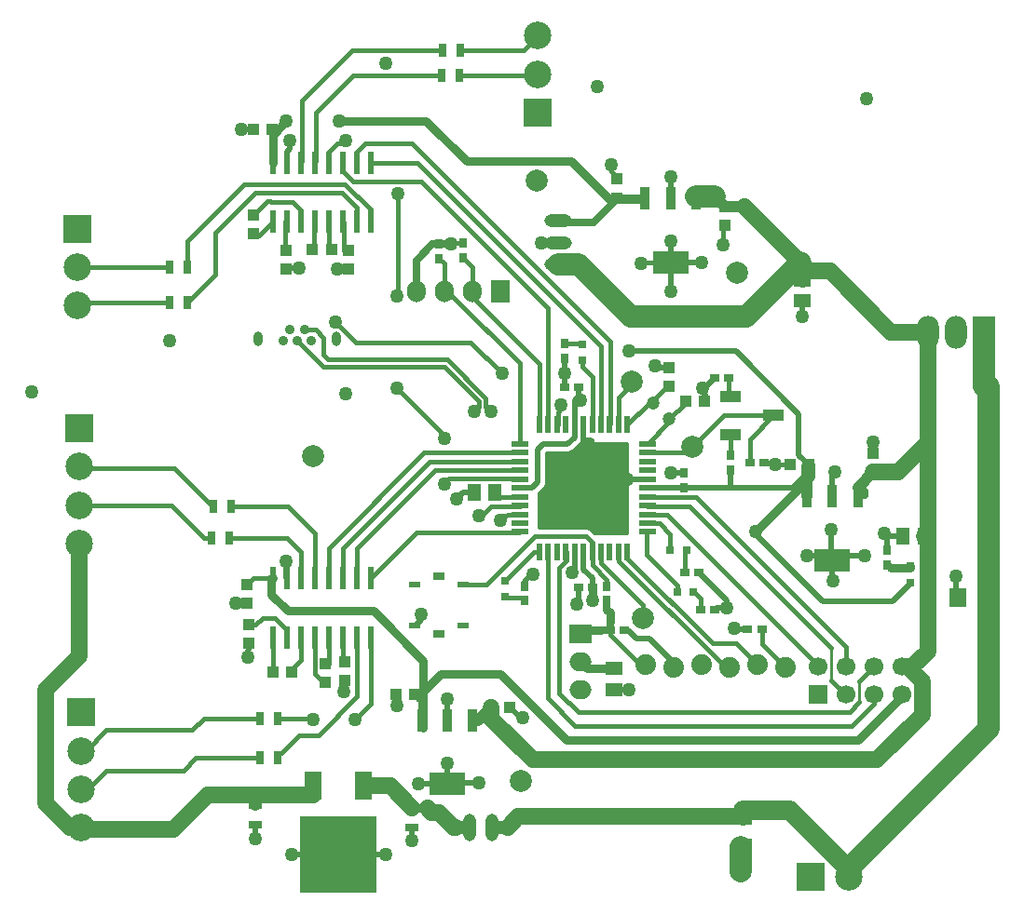
<source format=gtl>
G04 DipTrace 3.3.1.3*
G04 HypermaqBottomsidev0.1.gtl*
%MOMM*%
G04 #@! TF.FileFunction,Copper,L1,Top*
G04 #@! TF.Part,Single*
%AMOUTLINE0*
4,1,4,
-0.45,-0.35,
-0.45,0.35,
0.45,0.35,
0.45,-0.35,
-0.45,-0.35,
0*%
%AMOUTLINE3*
4,1,4,
0.35,-0.45,
-0.35,-0.45,
-0.35,0.45,
0.35,0.45,
0.35,-0.45,
0*%
%AMOUTLINE6*
4,1,4,
0.9,-0.5,
-0.9,-0.5,
-0.9,0.5,
0.9,0.5,
0.9,-0.5,
0*%
G04 #@! TA.AperFunction,Conductor*
%ADD14C,0.381*%
%ADD15C,0.254*%
%ADD16C,0.508*%
%ADD17C,0.5*%
%ADD18C,1.6*%
G04 #@! TA.AperFunction,ComponentPad*
%ADD19C,2.0*%
G04 #@! TA.AperFunction,Conductor*
%ADD20C,0.8*%
%ADD21C,0.7*%
%ADD22C,0.762*%
%ADD23C,1.524*%
%ADD24C,1.2*%
%ADD25C,1.016*%
%ADD26C,2.032*%
%ADD27C,1.0*%
%ADD28C,1.3*%
%ADD29C,0.635*%
%ADD30C,1.778*%
G04 #@! TA.AperFunction,CopperBalancing*
%ADD31C,0.29997*%
%ADD34R,1.0X1.1*%
%ADD35R,1.1X1.0*%
%ADD36R,1.5X1.3*%
%ADD37R,0.9X0.7*%
%ADD38R,0.7X0.9*%
%ADD39R,1.3X1.5*%
%ADD42R,1.6X1.8*%
%ADD44R,1.2X0.8*%
%ADD45R,1.8X1.6*%
%ADD46R,0.8X0.8*%
G04 #@! TA.AperFunction,ComponentPad*
%ADD47O,1.7X2.0*%
%ADD48R,1.7X2.0*%
%ADD50C,2.5*%
%ADD51R,2.5X2.5*%
%ADD55C,0.9*%
%ADD56O,0.8X1.35*%
%ADD57O,2.0X1.7*%
%ADD58R,2.0X1.7*%
%ADD61C,1.8796*%
%ADD62R,0.8X1.2*%
%ADD63R,1.0X0.6*%
%ADD64R,1.0X0.8*%
G04 #@! TA.AperFunction,ComponentPad*
%ADD65R,1.7X1.7*%
%ADD66C,1.7*%
%ADD68R,0.6X2.0*%
%ADD70R,1.5X0.5*%
%ADD71R,0.5X1.5*%
%ADD73R,1.5X2.5*%
%ADD74R,7.0X7.0*%
G04 #@! TA.AperFunction,ComponentPad*
%ADD75C,3.0*%
%ADD77O,1.2X2.5*%
G04 #@! TA.AperFunction,ComponentPad*
%ADD78R,2.0X3.0*%
%ADD79O,2.0X3.0*%
%ADD81R,0.95X2.15*%
%ADD82R,3.25X2.15*%
%ADD84O,2.5X1.2*%
G04 #@! TA.AperFunction,ComponentPad*
%ADD85C,1.2*%
G04 #@! TA.AperFunction,ViaPad*
%ADD86C,1.27*%
%ADD176OUTLINE0*%
%ADD179OUTLINE3*%
%ADD182OUTLINE6*%
%FSLAX35Y35*%
G04*
G71*
G90*
G75*
G01*
G04 Top*
%LPD*%
X1447753Y6893423D2*
D14*
X607620D1*
Y6894873D1*
Y6544873D2*
X634297Y6571550D1*
X1443377D1*
X4886753Y4306250D2*
X4879750Y4299247D1*
Y2971250D1*
X5132000Y2719000D1*
X7640250D1*
X7846623Y2925373D1*
Y3004750D1*
X5046753Y4306250D2*
X5049750Y4303253D1*
Y4224253D1*
X4989123Y4163627D1*
Y3020627D1*
X5163750Y2846000D1*
X7624373D1*
X7715250Y2936877D1*
D15*
Y3127377D1*
D14*
X7846623Y3258750D1*
X4794250Y8651127D2*
X4779123Y8636000D1*
X4081123D1*
Y8636700D1*
X4794250Y9001127D2*
X4660010Y8866887D1*
X4089060D1*
X2671500Y6323003D2*
X2773373D1*
X2841623Y6254753D1*
Y6096000D1*
X2884883Y6052743D1*
X2900757D1*
X3971000D1*
X4320400Y5703350D1*
Y5626700D1*
X4364850Y5582250D1*
X4450483Y4594313D2*
Y4626407D1*
X4570003Y4652247D1*
X4626750D1*
X4626753Y4646250D1*
X2606500Y6223003D2*
X2840260Y5989243D1*
X2900757D1*
X3944700D1*
X4256900Y5677050D1*
Y5626700D1*
X4212450Y5582250D1*
X4256900Y4631337D2*
X4282090D1*
X4366500Y4715747D1*
X4570003D1*
X4626750D1*
X4626753Y4726250D1*
X5481000Y3052620D2*
D16*
X5619750D1*
Y3048000D1*
X5983623Y5979000D2*
X5857873D1*
Y6000750D1*
X6306750Y5671750D2*
X6318250D1*
Y5730877D1*
X6286500Y5762627D1*
Y5794377D1*
X6116250Y5020877D2*
X6005123D1*
Y5020873D1*
X5159373Y3984627D2*
Y3825873D1*
X5143500D1*
X4211753Y4846250D2*
X4116000D1*
X4052500Y4782750D1*
X6699750Y3602250D2*
X6579750D1*
Y3612250D1*
X6259123Y4116000D2*
X6508750Y3866373D1*
Y3794127D1*
X5126753Y4306250D2*
D17*
Y4116000D1*
X5100250D1*
X5786753Y4966250D2*
X5601693D1*
Y4966247D1*
X5206753Y5466250D2*
Y5286377D1*
X5254623D1*
X2153123Y3840500D2*
D16*
X2047873D1*
Y3841750D1*
X3036500Y3136373D2*
Y3036503D1*
X3032123Y3032127D1*
X2163373Y3469747D2*
X2159000Y3349627D1*
X2512627Y4068627D2*
X2508250D1*
Y4222750D1*
X3074500Y6879253D2*
X3060733D1*
X3055357Y6873877D1*
X2968623D1*
X2206623Y8143877D2*
X2174873D1*
X2095500D1*
X2505623Y6879253D2*
X2536127D1*
X2546623Y6889750D1*
X2619373D1*
X2512627Y7846877D2*
Y7941873D1*
X2540000Y7969247D1*
Y8048627D1*
X7461250Y4508503D2*
Y4230127D1*
X7469373D1*
X7493000Y5032377D2*
X7469373Y5008750D1*
Y4810127D1*
X7937500Y4476753D2*
Y4445003D1*
X8112623D1*
X6953250Y5095877D2*
D14*
Y5095873D1*
X7084873D1*
X3968750Y2968627D2*
D16*
X3969750Y2967627D1*
Y2772250D1*
Y2192250D2*
X3979750Y2202250D1*
X4259750D1*
X3501500Y3004747D2*
Y2905127D1*
X3508373D1*
X4540000Y2893623D2*
X4639623Y2794000D1*
X4651373D1*
X7842250Y5302250D2*
Y5202377D1*
X6402000Y3782623D2*
X6413503Y3794127D1*
X6508750D1*
X5997250Y6937000D2*
X6005123Y6944873D1*
Y7132250D1*
X5997250Y7517000D2*
X6000750Y7520500D1*
Y7715250D1*
X6477000Y7096127D2*
D14*
Y7275373D1*
X6492873D1*
X5461000Y7826377D2*
Y7762877D1*
X5508623Y7715253D1*
Y7694750D1*
X4671623Y3992000D2*
D16*
Y4036617D1*
X4735127Y4100120D1*
X4751000D1*
X3703250Y2195123D2*
Y2192250D1*
X3969750D1*
X3973123Y2385620D2*
X3969750D1*
Y2192250D1*
X5727250Y6927000D2*
D14*
X5737250Y6937000D1*
X5997250D1*
D16*
X6277250D1*
X5997250D2*
X6005123Y6929127D1*
Y6671873D1*
X7238000Y4273997D2*
X7469373D1*
Y4230127D1*
X7762873Y4270377D2*
X7469373D1*
Y4230127D1*
X7472750Y4043757D2*
X7469373Y4047133D1*
Y4230127D1*
X3651250Y1793877D2*
Y1682750D1*
X2222500Y1820253D2*
Y1698627D1*
X7191373Y6445250D2*
X7191623D1*
Y6588377D1*
X3735000Y3734997D2*
Y3687373D1*
X3682503Y3634877D1*
X3676000D1*
X5036750Y5925750D2*
Y5798750D1*
Y6068623D2*
Y5925750D1*
X6848000Y5117623D2*
D14*
X6953250D1*
Y5095877D1*
X7969250Y4318000D2*
D16*
Y4476753D1*
X7937500D1*
X6651623Y1619250D2*
D18*
X6635750D1*
D19*
Y1397003D1*
X6397623Y5889627D2*
D16*
X6302373Y5794377D1*
X6286500D1*
X8588373Y4079877D2*
Y3889377D1*
X8610000D1*
X2555873Y1555750D2*
X2561747Y1549877D1*
X2976750D1*
X3413123Y1555750D2*
X3407250Y1549877D1*
X2976750D1*
X642627Y2494247D2*
D14*
X684497D1*
X873127Y2682877D1*
X1651000D1*
X1757423Y2789300D1*
X2264753D1*
X642627Y2144247D2*
X699623D1*
X873127Y2317750D1*
X1571623D1*
X1683170Y2429297D1*
X2264753D1*
X5786753Y4486250D2*
X5782873D1*
Y4274750D1*
X6057123Y4000500D1*
Y3937000D1*
X5786753Y4566250D2*
X5790753Y4562250D1*
X5899750D1*
X5993623Y4468377D1*
Y4318003D1*
X4806753Y4306250D2*
X4759497D1*
X4497000Y4043753D1*
X5286753Y5466250D2*
X5289750Y5469247D1*
Y5895000D1*
X5195500Y5989250D1*
Y6045623D1*
X5286753Y4306250D2*
Y4185247D1*
X5419750Y4052250D1*
Y3992250D1*
X4116000Y4004877D2*
X4322380D1*
X4766877Y4449373D1*
X5227257D1*
X5286753Y4389877D1*
Y4306250D1*
X5786753Y4806250D2*
X5790753Y4802250D1*
X6230880D1*
X7592623Y3440507D1*
Y3258750D1*
X5786753Y4726250D2*
X5790753Y4722250D1*
X6168000D1*
X7461250Y3429000D1*
D15*
Y3136123D1*
D14*
X7592623Y3004750D1*
X3921123Y8636000D2*
X3111497D1*
X2778123Y8302627D1*
Y7858373D1*
X2766627Y7846877D1*
Y4068627D2*
Y4472377D1*
X2519753Y4719250D1*
X2004623D1*
X2639627Y4068627D2*
Y4306493D1*
X2516993Y4429127D1*
X2428873D1*
Y4433497D1*
X1988753D1*
X3929060Y8866187D2*
X3103560D1*
X2651123Y8413750D1*
Y7858373D1*
X2639627Y7846877D1*
X2505623Y7049253D2*
X2495623D1*
Y7306877D1*
X2512627D1*
X3020627D2*
X3026873Y7300630D1*
Y7049253D1*
X3074500D1*
X2206623Y7196000D2*
Y7182247D1*
X2260997D1*
X2385627Y7306877D1*
X2206623Y7366000D2*
X2333623Y7493000D1*
X2359497D1*
X2365623Y7486873D1*
X2565627D1*
X2639627Y7412873D1*
Y7306877D1*
X2766627D2*
X2762250Y7302500D1*
Y7054247D1*
X2745623D1*
X2915623D2*
X2893627Y7076243D1*
Y7306877D1*
X4497000Y3893753D2*
Y3889373D1*
X4671623D1*
Y3862000D1*
X5195500Y6195623D2*
X5192500Y6198623D1*
X5036750D1*
X8175623Y4175127D2*
D20*
Y4159250D1*
X7998000D1*
D21*
X7969250Y4188000D1*
X5179623Y3306377D2*
D22*
X5243380Y3242620D1*
X5481000D1*
X2163373Y3639747D2*
D14*
X2226873D1*
X2290373Y3703247D1*
X2401510D1*
X2512627Y3592130D1*
Y3528627D1*
X3036500Y3306373D2*
X3020627Y3322247D1*
Y3528627D1*
X2385627D2*
Y3211580D1*
X2385710Y3211497D1*
X2555873D2*
Y3238497D1*
X2639627Y3322250D1*
Y3528627D1*
X2766627D2*
Y3195250D1*
X2846000Y3115877D1*
X2861873D1*
Y3285877D2*
X2893627D1*
Y3528627D1*
X6207123Y3937000D2*
X6215877D1*
X6272000Y3880877D1*
Y3782623D1*
X6143623Y4318003D2*
X6129123Y4303503D1*
Y4116000D1*
X6544873Y5719377D2*
X6527623Y5736627D1*
Y5889627D1*
X6546377Y5181123D2*
X6544873Y5182627D1*
Y5369377D1*
X5771500Y3277650D2*
X5723477D1*
X5449500Y3551627D1*
Y3592123D1*
X5419750Y3862250D2*
D21*
Y3779147D1*
D22*
X5449500Y3749397D1*
Y3665223D1*
D21*
Y3592123D1*
X5179623Y3560377D2*
D22*
X5211370Y3592123D1*
X5366400D1*
D21*
X5449500D1*
X7041500Y3252250D2*
D14*
X6829750Y3464000D1*
Y3602250D1*
X3147627Y3528627D2*
Y2988873D1*
X2798377Y2639623D1*
X2623750D1*
X2460627Y2476500D1*
X2424753D1*
Y2429997D1*
X3274627Y3528627D2*
Y2925373D1*
X3131753Y2782500D1*
X2750750D2*
Y2814257D1*
X2726493Y2790000D1*
X2424753D1*
X3206750Y2174877D2*
D23*
X3450250D1*
X3651250Y1973877D1*
X4175283Y1801350D2*
D24*
X4044720D1*
D23*
X4024777D1*
X3889373Y1936750D1*
X3824577D1*
X3787450Y1973877D1*
D20*
X3651250D1*
X3147627Y7306877D2*
D14*
Y7433870D1*
X3009120Y7572377D1*
X2222500D1*
X1857373Y7207250D1*
Y6826247D1*
X1603377Y6572250D1*
X3274627Y7306877D2*
Y7417993D1*
X3040870Y7651750D1*
X2127247D1*
X1607753Y7132257D1*
Y6894123D1*
X5606753Y5466250D2*
X5802750Y5662247D1*
X5839750D1*
Y5680997D1*
X5967753Y5809000D1*
X5983623D1*
X5786753Y5286250D2*
X5988243Y5487740D1*
Y5513753D1*
X6136750Y5662260D1*
Y5671750D1*
X2952750Y6397627D2*
X3143253Y6207123D1*
X4183877D1*
X4465250Y5925750D1*
X5005000Y5640000D2*
Y5608250D1*
X4973250Y5576500D1*
Y5466250D1*
X4966753D1*
X4401753Y4846250D2*
X4441753Y4806250D1*
X4626753D1*
X5606753Y4306250D2*
Y4245247D1*
X6379750Y3472250D1*
X6592900D1*
X6787500Y3277650D1*
X5526753Y4306250D2*
X5529750Y4303253D1*
Y4222250D1*
X6449750Y3302250D1*
X6499750D1*
X6533500Y3268500D1*
Y3252250D1*
X626750Y5080373D2*
X642997Y5064127D1*
X1492250D1*
X1837827Y4718550D1*
X1844623D1*
X626750Y4730373D2*
X1460877D1*
X1758453Y4432797D1*
X1828753D1*
X5786753Y4646250D2*
X5790757Y4642247D1*
X5969753D1*
X7338623Y3273377D1*
Y3258750D1*
X4195373Y6671873D2*
Y6624250D1*
X4805623Y6014000D1*
Y5466250D1*
X4806753D1*
X4109750Y6982250D2*
X4195373Y6896627D1*
Y6671873D1*
X3941373D2*
Y6622250D1*
X4022757D1*
X4626753Y6018253D1*
Y5286250D1*
X3893753Y6973500D2*
X3941373Y6925880D1*
Y6671873D1*
X5786753Y5206250D2*
X5792753Y5212250D1*
X6148877D1*
X6195623Y5258997D1*
X6481003Y5544377D1*
X6934873D1*
X6718000Y5327503D1*
Y5117623D1*
X5366753Y4306250D2*
X5369750Y4303253D1*
Y4202250D1*
X5751127Y3820873D1*
Y3703247D1*
X5649750Y5852250D2*
Y5832247D1*
X5526753Y5709250D1*
Y5466250D1*
X2893627Y4068627D2*
Y4338253D1*
X3761623Y5206250D1*
X4626753D1*
X3020627Y4068627D2*
Y4338247D1*
X3808630Y5126250D1*
X4626753D1*
Y4486250D2*
X4622753Y4482250D1*
X3688250D1*
X3274627Y4068627D1*
X3147627D2*
Y4338247D1*
X3855630Y5046250D1*
X4626753D1*
Y4966250D2*
X4619753Y4973250D1*
X3988997D1*
X3941373Y4925627D1*
Y5338373D2*
Y5361377D1*
X3508373Y5794377D1*
Y6635750D2*
X3524250D1*
Y7565253D1*
X3044440Y8045063D2*
X3020627Y8021250D1*
X2973000D1*
X2893627Y7941877D1*
Y7846877D1*
X3020627D2*
Y7767243D1*
X3115873Y7671997D1*
X3735003D1*
X4886753Y6520247D1*
Y5466250D1*
X3274627Y7846877D2*
X3279253Y7842250D1*
X3698877D1*
X5366753Y6174373D1*
Y5466250D1*
X5446753D2*
X5449500Y5468997D1*
Y6218627D1*
X3651250Y8016877D1*
X3222627D1*
X3147627Y7941877D1*
Y7846877D1*
X8302623Y4445003D2*
D22*
X8334373Y4476753D1*
D23*
Y6302377D1*
X4370000Y2893623D2*
D25*
X4248627Y2772250D1*
D16*
X4199750D1*
X8302623Y4445003D2*
D23*
X8334373D1*
Y3397247D1*
X8195877Y3258750D1*
X8100623D1*
X8155377D1*
X8286750Y3127377D1*
Y2825750D1*
X7874000Y2413000D1*
X4746630D1*
X4370000Y2789630D1*
Y2893623D1*
X7699373Y4810127D2*
D16*
X7767247D1*
Y4862120D1*
X8334373Y6302377D2*
D23*
Y5302253D1*
X8064497Y5032377D1*
X7842250D1*
D25*
X7699373Y4889500D1*
D16*
Y4810127D1*
X6227250Y7517000D2*
D25*
Y7540627D1*
D26*
X6397620D1*
D27*
X6492873Y7445373D1*
X8334373Y6302377D2*
D23*
X8000997D1*
X7445373Y6858000D1*
X7254877D1*
X7177347Y6935530D1*
D26*
X7103407Y6861593D1*
X6687063Y6445250D1*
X5635623D1*
X5164497Y6916377D1*
X4973250D1*
X6651627Y7445373D2*
D27*
X6492873D1*
X6667503D1*
D23*
X7177347Y6935530D1*
X7191623Y6778377D2*
D28*
X7103407Y6861593D1*
X5508623Y7524750D2*
D14*
Y7517000D1*
X5767250D1*
X2385627Y7846877D2*
D22*
Y8100627D1*
X2508250Y8223250D1*
X2984500D2*
X3778250D1*
X4143373Y7858127D1*
X5095873D1*
X5445123Y7508877D1*
X5767250D1*
Y7517000D1*
D29*
X5516750D1*
X5302250Y7302500D1*
X5036750D1*
Y7316377D1*
X4973250D1*
X2376623Y8143877D2*
D14*
Y7846877D1*
X2385627D1*
X2153123Y4010500D2*
X2211250Y4068627D1*
X2385627D1*
X3671500Y3004747D2*
D16*
X3719123Y2957123D1*
X3739750D1*
Y2772250D1*
X2385627Y4068627D2*
D22*
X2369750D1*
Y3916750D1*
X2519753Y3766747D1*
X3297630D1*
X3750873Y3313503D1*
Y2957123D1*
X3739750D1*
Y2772250D1*
Y2712250D1*
X3750873Y2701127D1*
Y3036497D1*
X3909627Y3195250D1*
X4449373D1*
X5052623Y2592000D1*
X7703750D1*
X8100623Y2988873D1*
Y3004750D1*
X5166750Y5798750D2*
D16*
Y5727623D1*
X5126753Y5687627D1*
D17*
Y5466250D1*
X6025500Y3252250D2*
D16*
X6029750D1*
Y3292247D1*
X5809247Y3512750D1*
X5687623D1*
X5608250Y3592123D1*
X5579500D1*
X5289373Y3984627D2*
Y4062630D1*
D17*
X5206753Y4145250D1*
Y4306250D1*
X6116250Y4890877D2*
D16*
X6111623Y4886250D1*
X5887150D1*
D17*
X5786753D1*
X7254873Y5095873D2*
D16*
X7164000Y5186747D1*
Y5560623D1*
X6592500Y6132123D1*
X5624127D1*
X5179630Y5687627D2*
X5126753D1*
X6116250Y4890877D2*
X6546377D1*
X7113380D1*
X7254873Y5032370D1*
Y5095873D1*
X7239373Y5080373D1*
D25*
Y4810127D1*
X6546377Y5051123D2*
D16*
Y4890877D1*
X7254873Y5095873D2*
D22*
X7270750D1*
Y4985673D1*
X6774137Y4489060D1*
X8175623Y4025127D2*
D16*
Y4016370D1*
X8016877Y3857623D1*
X7381877D1*
X6750440Y4489060D1*
X6774137D1*
X5290750Y3862927D2*
D22*
Y3983250D1*
X5289373Y3984627D1*
X4626753Y4886250D2*
D17*
X4743373D1*
D16*
X4794250Y4937127D1*
Y5238750D1*
X4841877Y5286377D1*
X5064127D1*
X5126753Y5349003D1*
D17*
Y5466250D1*
X3687373Y6671873D2*
D29*
Y6957623D1*
X3833250Y7103500D1*
X3893753D1*
D14*
Y7112250D1*
X4109750D1*
X4973250Y7116377D2*
D29*
X4826000D1*
X4004873Y7103500D2*
X3893753D1*
X8842373Y6302377D2*
D26*
Y5810250D1*
X8890000D1*
Y2698750D1*
X7620000Y1428750D1*
Y1349377D1*
X8890000Y3889377D2*
D25*
X8858250Y3873680D1*
X8842373Y5810250D1*
X6651623Y1899250D2*
D18*
Y1957000D1*
D30*
X7075877D1*
X7620000Y1412877D1*
Y1349377D1*
X6651623Y1899250D2*
D23*
X4615020D1*
X4517120Y1801350D1*
D24*
X4375283D1*
X626750Y4380373D2*
D23*
Y3357250D1*
X317500Y3048000D1*
Y2016127D1*
X539380Y1794247D1*
X642627D1*
Y1778000D1*
X1478367D1*
X1688553Y1988187D1*
X1795867Y2095500D1*
X2256243D1*
X2746750D1*
Y2174877D1*
D14*
D3*
X2222500Y2000253D2*
X2238990Y2143127D1*
X1809750D1*
X1688553Y2021930D1*
Y1988187D1*
X2222500Y2000253D2*
D25*
X2256243Y2095500D1*
D86*
X4364850Y5582250D3*
X4450483Y4594313D3*
X4212450Y5582250D3*
X4256900Y4631337D3*
X3131753Y2782500D3*
X2750750D3*
X2952750Y6397627D3*
X4465250Y5925750D3*
X5005000Y5640000D3*
X3941373Y4925627D3*
Y5338373D3*
X3508373Y5794377D3*
Y6635750D3*
X3524250Y7565253D3*
X3044440Y8045063D3*
X2508250Y8223250D3*
X2984500D3*
X5624127Y6132123D3*
X5179630Y5687627D3*
X6774137Y4489060D3*
X5290750Y3862927D3*
X4826000Y7116377D3*
X4004873Y7103500D3*
X4953000Y4667253D3*
X5429250D3*
X4953000Y5127623D3*
X5619750Y3048000D3*
X5857873Y6000750D3*
X6286500Y5794377D3*
X5036750Y5925750D3*
X6005123Y5020873D3*
X5143500Y3825873D3*
X4052500Y4782750D3*
X6579750Y3612250D3*
X6508750Y3794127D3*
X6005123Y7132250D3*
X5100250Y4116000D3*
X5601693Y4966247D3*
X5254623Y5286377D3*
X2047873Y3841750D3*
X3032123Y3032127D3*
X2159000Y3349627D3*
X2508250Y4222750D3*
X190500Y5762627D3*
X2968623Y6873877D3*
X2095500Y8143877D3*
X2619373Y6889750D3*
X2540000Y8048627D3*
X7461250Y4508503D3*
X7493000Y5032377D3*
X7937500Y4476753D3*
X8588373Y4079877D3*
X6953250Y5095877D3*
X4259750Y2202250D3*
X3968750Y2968627D3*
X1444623Y6223000D3*
X3508373Y2905127D3*
X4651373Y2794000D3*
X7842250Y5302250D3*
X3048000Y5746750D3*
X6000750Y7715250D3*
X5461000Y7826377D3*
X6477000Y7096127D3*
X4751000Y4100120D3*
X3973123Y2385620D3*
X5727250Y6927000D3*
X6005123Y6671873D3*
X3703250Y2195123D3*
X6277250Y6937000D3*
X7472750Y4043757D3*
X7238000Y4273997D3*
X7762873Y4270377D3*
X3413123Y8747127D3*
X5334000Y8540750D3*
X7778750Y8429627D3*
X3413123Y1555750D3*
X2555873D3*
X3651250Y1682750D3*
X2222500Y1698627D3*
X7191373Y6445250D3*
X3735000Y3734997D3*
X6005123Y6941753D3*
X5153724Y5257592D2*
D31*
X5601775D1*
X5124079Y5227928D2*
X5601775D1*
X4878832Y5198265D2*
X5601775D1*
X4878832Y5168602D2*
X5601775D1*
X4878832Y5138938D2*
X5601775D1*
X4878832Y5109275D2*
X5601775D1*
X4878832Y5079612D2*
X5601775D1*
X4878832Y5049948D2*
X5601775D1*
X4878832Y5020285D2*
X5601775D1*
X4878832Y4990622D2*
X5601775D1*
X4878832Y4960958D2*
X5601775D1*
X4878657Y4931295D2*
X5601775D1*
X4870747Y4901632D2*
X5601775D1*
X4847488Y4871968D2*
X5601775D1*
X4817843Y4842305D2*
X5601775D1*
X4812277Y4812642D2*
X5601775D1*
X4812277Y4782978D2*
X5601775D1*
X4812277Y4753315D2*
X5601775D1*
X4812277Y4723652D2*
X5601775D1*
X4812277Y4693988D2*
X5601775D1*
X4812277Y4664325D2*
X5601775D1*
X4812277Y4634662D2*
X5601775D1*
X4812277Y4604998D2*
X5601775D1*
X4812277Y4575335D2*
X5601775D1*
X4812277Y4545672D2*
X5601775D1*
X5265215Y4516008D2*
X5601775D1*
X5299723Y4486345D2*
X5601775D1*
X4809235Y4524628D2*
X5233161Y4524396D1*
X5244825Y4522549D1*
X5256055Y4518900D1*
X5266577Y4513539D1*
X5276131Y4506598D1*
X5307191Y4475866D1*
X5604804Y4475872D1*
X5604751Y5287246D1*
X5180404Y5287255D1*
X5117125Y5224324D1*
X5106765Y5216797D1*
X5095356Y5210983D1*
X5083177Y5207026D1*
X5070529Y5205023D1*
X5019132Y5204772D1*
X4875886D1*
X4875603Y4930724D1*
X4873600Y4918076D1*
X4869643Y4905898D1*
X4863830Y4894488D1*
X4856303Y4884128D1*
X4820137Y4847607D1*
X4809235Y4836704D1*
X4809249Y4524625D1*
D34*
X3036500Y3306373D3*
Y3136373D3*
X3074500Y7049253D3*
Y6879253D3*
X2206623Y7366000D3*
Y7196000D3*
D35*
X2745623Y7054247D3*
X2915623D3*
X2206623Y8143877D3*
X2376623D3*
D34*
X2505623Y7049253D3*
Y6879253D3*
D35*
X2555873Y3211497D3*
X2385873D3*
D34*
X2861873Y3115877D3*
Y3285877D3*
X2153123Y3840500D3*
Y4010500D3*
D36*
X5481000Y3242620D3*
Y3052620D3*
D34*
X2163373Y3639747D3*
Y3469747D3*
X5983623Y5979000D3*
Y5809000D3*
D35*
X6306750Y5671750D3*
X6136750D3*
D37*
X5036750Y5798750D3*
X5166750D3*
D38*
X6116250Y5020877D3*
Y4890877D3*
D37*
X5159373Y3984627D3*
X5289373D3*
D39*
X4401753Y4846250D3*
X4211753D3*
D42*
X8890000Y3889377D3*
X8610000D3*
D39*
X8302623Y4445003D3*
X8112623D3*
D35*
X4370000Y2893623D3*
X4540000D3*
D34*
X7842250Y5032377D3*
Y5202377D3*
D35*
X7254873Y5095873D3*
X7084873D3*
X3671500Y3004747D3*
X3501500D3*
D34*
X6492873Y7445373D3*
Y7275373D3*
X5508623Y7524750D3*
Y7694750D3*
D44*
X2222500Y2000253D3*
Y1820253D3*
X3651250Y1793877D3*
Y1973877D3*
D36*
X7191623Y6778377D3*
Y6588377D3*
D45*
X6651623Y1899250D3*
Y1619250D3*
D19*
X4635500Y2222500D3*
X6635750Y1397003D3*
X6604000Y6842127D3*
X2746373Y5175250D3*
X4778373Y7683500D3*
D46*
X4497000Y3893753D3*
Y4043753D3*
D47*
X3687373Y6671873D3*
X3941373D3*
X4195373D3*
D48*
X4449373D3*
D50*
X7620000Y1349377D3*
D51*
X7270000D3*
D50*
X626750Y4380373D3*
Y4730373D3*
Y5080373D3*
D51*
Y5430373D3*
D50*
X642627Y1794247D3*
Y2144247D3*
Y2494247D3*
D51*
Y2844247D3*
D50*
X4794250Y9001127D3*
Y8651127D3*
D51*
Y8301127D3*
D55*
X2476500Y6223003D3*
D56*
X2964000Y6245003D3*
D55*
X2671500Y6323003D3*
X2606500Y6223003D3*
X2736500D3*
X2541500Y6323003D3*
D56*
X2249500Y6245003D3*
D57*
X5179623Y3052377D3*
Y3306377D3*
D58*
Y3560377D3*
D61*
X7041500Y3252250D3*
X6787500Y3277650D3*
X6533500Y3252250D3*
X6279500Y3277650D3*
X6025500Y3252250D3*
X5771500Y3277650D3*
D50*
X607620Y6544873D3*
Y6894873D3*
D51*
Y7244873D3*
D62*
X3929060Y8866187D3*
X4089060Y8866887D3*
X3921123Y8636000D3*
X4081123Y8636700D3*
X1988753Y4433497D3*
X1828753Y4432797D3*
X2004623Y4719250D3*
X1844623Y4718550D3*
X2424753Y2429997D3*
X2264753Y2429297D3*
X2424753Y2790000D3*
X2264753Y2789300D3*
X1603377Y6572250D3*
X1443377Y6571550D3*
X1607753Y6894123D3*
X1447753Y6893423D3*
D46*
X5195500Y6195623D3*
Y6045623D3*
X8175623Y4175127D3*
Y4025127D3*
X6143623Y4318003D3*
X5993623D3*
D37*
X5449500Y3592123D3*
X5579500D3*
D38*
X5419750Y3992250D3*
Y3862250D3*
D37*
X6699750Y3602250D3*
X6829750D3*
X6259123Y4116000D3*
X6129123D3*
X6402000Y3782623D3*
X6272000D3*
D38*
X3893753Y6973500D3*
Y7103500D3*
X4109750Y6982250D3*
Y7112250D3*
X5036750Y6068623D3*
Y6198623D3*
X4671623Y3992000D3*
Y3862000D3*
X7969250Y4318000D3*
Y4188000D3*
D176*
X6397623Y5889627D3*
X6527623D3*
D179*
X6546377Y5051123D3*
Y5181123D3*
D37*
X6848000Y5117623D3*
X6718000D3*
D63*
X4116000Y4004877D3*
X3676000D3*
Y3634877D3*
X4116000D3*
D64*
X3896000Y4079877D3*
Y3559877D3*
D182*
X6544873Y5719377D3*
X6934873Y5544377D3*
X6544873Y5369377D3*
D46*
X6207123Y3937000D3*
X6057123D3*
D65*
X7338623Y3004750D3*
D66*
Y3258750D3*
X7592623Y3004750D3*
Y3258750D3*
X7846623Y3004750D3*
Y3258750D3*
X8100623Y3004750D3*
Y3258750D3*
D19*
X5751127Y3703247D3*
X6195623Y5258997D3*
X5649750Y5852250D3*
D68*
X2385627Y7306877D3*
X2512627D3*
X2639627D3*
X2766627D3*
X2893627D3*
X3020627D3*
X3147627D3*
X3274627D3*
Y7846877D3*
X3147627D3*
X3020627D3*
X2893627D3*
X2766627D3*
X2639627D3*
X2512627D3*
X2385627D3*
Y3528627D3*
X2512627D3*
X2639627D3*
X2766627D3*
X2893627D3*
X3020627D3*
X3147627D3*
X3274627D3*
Y4068627D3*
X3147627D3*
X3020627D3*
X2893627D3*
X2766627D3*
X2639627D3*
X2512627D3*
X2385627D3*
D70*
X4626753Y5286250D3*
Y5206250D3*
Y5126250D3*
Y5046250D3*
Y4966250D3*
Y4886250D3*
Y4806250D3*
Y4726250D3*
Y4646250D3*
Y4566250D3*
Y4486250D3*
D71*
X4806753Y4306250D3*
X4886753D3*
X4966753D3*
X5046753D3*
X5126753D3*
X5206753D3*
X5286753D3*
X5366753D3*
X5446753D3*
X5526753D3*
X5606753D3*
D70*
X5786753Y4486250D3*
Y4566250D3*
Y4646250D3*
Y4726250D3*
Y4806250D3*
Y4886250D3*
Y4966250D3*
Y5046250D3*
Y5126250D3*
Y5206250D3*
Y5286250D3*
D71*
X5606753Y5466250D3*
X5526753D3*
X5446753D3*
X5366753D3*
X5286753D3*
X5206753D3*
X5126753D3*
X5046753D3*
X4966753D3*
X4886753D3*
X4806753D3*
D73*
X3206750Y2174877D3*
X2746750D3*
D74*
X2976750Y1549877D3*
D75*
D3*
D77*
X4175283Y1801350D3*
X4375283D3*
D78*
X8842373Y6302377D3*
D79*
X8588373D3*
X8334373D3*
D81*
X7699373Y4810127D3*
X7469373D3*
X7239373D3*
D82*
X7469373Y4230127D3*
D81*
X4199750Y2772250D3*
X3969750D3*
X3739750D3*
D82*
X3969750Y2192250D3*
D84*
X4973250Y7116377D3*
Y6916377D3*
Y7316377D3*
D81*
X6227250Y7517000D3*
X5997250D3*
X5767250D3*
D82*
X5997250Y6937000D3*
D85*
X5839750Y5662247D3*
X5988243Y5513753D3*
M02*

</source>
